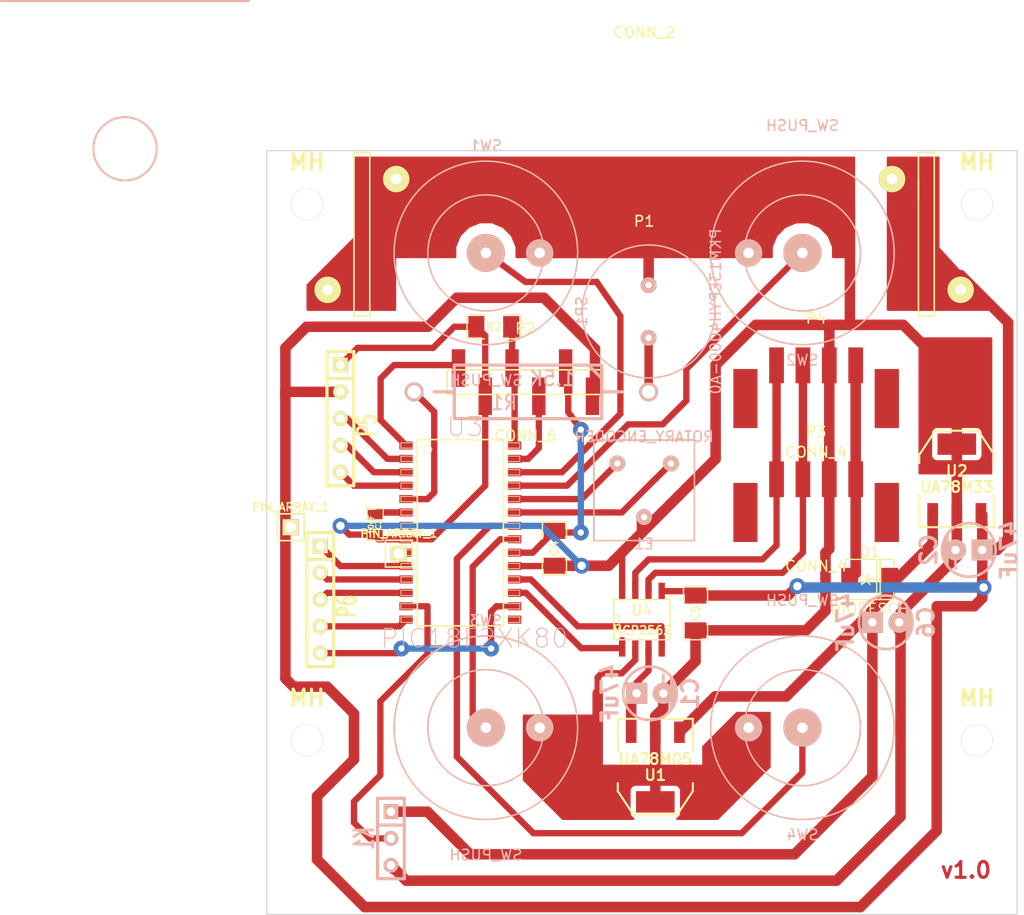
<source format=kicad_pcb>
(kicad_pcb (version 20211014) (generator pcbnew)
  (layers (0 "F.Cu" signal) (31 "B.Cu" signal) (34 "B.Paste" user) (35 "F.Paste" user) (36 "B.SilkS" user "B.Silkscreen") (37 "F.SilkS" user "F.Silkscreen") (38 "B.Mask" user) (39 "F.Mask" user) (44 "Edge.Cuts" user))
  (net 0 "")
  (net 1 "+12V")
  (net 2 "+3.3V")
  (net 3 "+5V")
  (net 4 "/12Vin")
  (net 5 "/A0")
  (net 6 "/CANH")
  (net 7 "/CANL")
  (net 8 "/CS1B")
  (net 9 "/PGC")
  (net 10 "/PGD")
  (net 11 "/PWM")
  (net 12 "/RST")
  (net 13 "/SCL")
  (net 14 "/SI")
  (net 15 "/~{MCLR}")
  (net 16 "GND")
  (net 17 "N-000001")
  (net 18 "N-0000015")
  (net 19 "N-0000016")
  (net 20 "N-0000017")
  (net 21 "N-0000018")
  (net 22 "N-0000019")
  (net 23 "N-000002")
  (net 24 "N-0000020")
  (net 25 "N-0000021")
  (net 26 "N-000003")
  (net 27 "N-000004")
  (net 28 "N-000005")
  (net 29 "N-000006")
  (net 30 "N-000007")
  (net 31 "N-000008")
  (footprint "microchip-pic18fxx5x-SO-28W" (layer "F.Cu") (at 50.895 59.87 -90)
    (fp_text reference "U3" (at -9.398 -0.381) (layer "B.SilkS") (effects (font (size 1.778 1.778) (thickness 0.0889))))
    (fp_text value "PIC18F2XK80" (at 10.668 -1.27) (layer "B.SilkS") (effects (font (size 1.778 1.778) (thickness 0.0889))))
    (pad "1" smd rect locked (at -7.62 5.207 270) (size 0.762 1.27) (layers "F.Cu" "F.Paste" "F.Mask") (net 15 "/~{MCLR}"))
    (pad "2" smd rect locked (at -6.35 5.207 270) (size 0.762 1.27) (layers "F.Cu" "F.Paste" "F.Mask") (net 19 "N-0000016"))
    (pad "3" smd rect locked (at -5.08 5.207 270) (size 0.762 1.27) (layers "F.Cu" "F.Paste" "F.Mask") (net 24 "N-0000020"))
    (pad "4" smd rect locked (at -3.81 5.207 270) (size 0.762 1.27) (layers "F.Cu" "F.Paste" "F.Mask") (net 25 "N-0000021"))
    (pad "5" smd rect locked (at -2.54 5.207 270) (size 0.762 1.27) (layers "F.Cu" "F.Paste" "F.Mask") (net 28 "N-000005"))
    (pad "6" smd rect locked (at -1.27 5.207 270) (size 0.762 1.27) (layers "F.Cu" "F.Paste" "F.Mask") (net 27 "N-000004"))
    (pad "7" smd rect locked (at 0 5.207 270) (size 0.762 1.27) (layers "F.Cu" "F.Paste" "F.Mask"))
    (pad "8" smd rect locked (at 1.27 5.207 270) (size 0.762 1.27) (layers "F.Cu" "F.Paste" "F.Mask") (net 16 "GND"))
    (pad "9" smd rect locked (at 2.54 5.207 270) (size 0.762 1.27) (layers "F.Cu" "F.Paste" "F.Mask"))
    (pad "10" smd rect locked (at 3.81 5.207 270) (size 0.762 1.27) (layers "F.Cu" "F.Paste" "F.Mask") (net 8 "/CS1B"))
    (pad "11" smd rect locked (at 5.08 5.207 270) (size 0.762 1.27) (layers "F.Cu" "F.Paste" "F.Mask") (net 12 "/RST"))
    (pad "12" smd rect locked (at 6.35 5.207 270) (size 0.762 1.27) (layers "F.Cu" "F.Paste" "F.Mask") (net 5 "/A0"))
    (pad "13" smd rect locked (at 7.62 5.207 270) (size 0.762 1.27) (layers "F.Cu" "F.Paste" "F.Mask") (net 11 "/PWM"))
    (pad "14" smd rect locked (at 8.89 5.207 270) (size 0.762 1.27) (layers "F.Cu" "F.Paste" "F.Mask") (net 13 "/SCL"))
    (pad "15" smd rect locked (at 8.89 -5.08 270) (size 0.762 1.27) (layers "F.Cu" "F.Paste" "F.Mask"))
    (pad "16" smd rect locked (at 7.62 -5.08 270) (size 0.762 1.27) (layers "F.Cu" "F.Paste" "F.Mask") (net 14 "/SI"))
    (pad "17" smd rect locked (at 6.35 -5.08 270) (size 0.762 1.27) (layers "F.Cu" "F.Paste" "F.Mask") (net 17 "N-000001"))
    (pad "18" smd rect locked (at 5.08 -5.08 270) (size 0.762 1.27) (layers "F.Cu" "F.Paste" "F.Mask") (net 23 "N-000002"))
    (pad "19" smd rect locked (at 3.81 -5.08 270) (size 0.762 1.27) (layers "F.Cu" "F.Paste" "F.Mask") (net 16 "GND"))
    (pad "20" smd rect locked (at 2.54 -5.08 270) (size 0.762 1.27) (layers "F.Cu" "F.Paste" "F.Mask") (net 31 "N-000008"))
    (pad "21" smd rect locked (at 1.27 -5.08 270) (size 0.762 1.27) (layers "F.Cu" "F.Paste" "F.Mask") (net 18 "N-0000015"))
    (pad "22" smd rect locked (at 0 -5.08 270) (size 0.762 1.27) (layers "F.Cu" "F.Paste" "F.Mask") (net 22 "N-0000019"))
    (pad "23" smd rect locked (at -1.27 -5.08 270) (size 0.762 1.27) (layers "F.Cu" "F.Paste" "F.Mask") (net 26 "N-000003"))
    (pad "24" smd rect locked (at -2.54 -5.08 270) (size 0.762 1.27) (layers "F.Cu" "F.Paste" "F.Mask") (net 30 "N-000007"))
    (pad "25" smd rect locked (at -3.81 -5.08 270) (size 0.762 1.27) (layers "F.Cu" "F.Paste" "F.Mask") (net 20 "N-0000017"))
    (pad "26" smd rect locked (at -5.08 -5.08 270) (size 0.762 1.27) (layers "F.Cu" "F.Paste" "F.Mask") (net 21 "N-0000018"))
    (pad "27" smd rect locked (at -6.35 -5.08 270) (size 0.762 1.27) (layers "F.Cu" "F.Paste" "F.Mask") (net 9 "/PGC"))
    (pad "28" smd rect locked (at -7.62 -5.08 270) (size 0.762 1.27) (layers "F.Cu" "F.Paste" "F.Mask") (net 10 "/PGD"))
  )
  (footprint "SOT223" (layer "F.Cu") (at 69.31 82.73 180)
    (fp_text reference "U1" (at 0 -0.762 180) (layer "F.SilkS") (effects (font (size 1.016 1.016) (thickness 0.2032))))
    (fp_text value "UA78M05" (at 0 0.762 180) (layer "F.SilkS") (effects (font (size 1.016 1.016) (thickness 0.2032))))
    (pad "1" smd rect locked (at -2.286 3.302 180) (size 1.016 2.032) (layers "F.Cu" "F.Paste" "F.Mask") (net 1 "+12V"))
    (pad "2" smd rect locked (at 0 3.302 180) (size 1.016 2.032) (layers "F.Cu" "F.Paste" "F.Mask") (net 16 "GND"))
    (pad "3" smd rect locked (at 2.286 3.302 180) (size 1.016 2.032) (layers "F.Cu" "F.Paste" "F.Mask") (net 3 "+5V"))
    (pad "4" smd rect locked (at 0 -3.302 180) (size 3.6576 2.032) (layers "F.Cu" "F.Paste" "F.Mask") (clearance 0.001))
  )
  (footprint "SOT223" (layer "F.Cu") (at 97.885 55.425)
    (fp_text reference "U2" (at 0 -0.762) (layer "F.SilkS") (effects (font (size 1.016 1.016) (thickness 0.2032))))
    (fp_text value "UA78M33" (at 0 0.762) (layer "F.SilkS") (effects (font (size 1.016 1.016) (thickness 0.2032))))
    (pad "1" smd rect locked (at -2.286 3.302) (size 1.016 2.032) (layers "F.Cu" "F.Paste" "F.Mask") (net 1 "+12V"))
    (pad "2" smd rect locked (at 0 3.302) (size 1.016 2.032) (layers "F.Cu" "F.Paste" "F.Mask") (net 16 "GND"))
    (pad "3" smd rect locked (at 2.286 3.302) (size 1.016 2.032) (layers "F.Cu" "F.Paste" "F.Mask") (net 2 "+3.3V"))
    (pad "4" smd rect locked (at 0 -3.302) (size 3.6576 2.032) (layers "F.Cu" "F.Paste" "F.Mask"))
  )
  (footprint "SOIC-8_N" (layer "F.Cu") (at 68.04 68.76)
    (fp_text reference "U4" (at 0 -0.889) (layer "F.SilkS"))
    (fp_text value "MCP2562" (at 0 1.016) (layer "F.SilkS") (effects (font (size 0.8 0.8))))
    (pad "1" smd rect locked (at -1.875 2.7) (size 0.6 1.6) (layers "F.Cu" "F.Paste" "F.Mask") (net 17 "N-000001"))
    (pad "2" smd rect locked (at -0.625 2.7) (size 0.6 1.6) (layers "F.Cu" "F.Paste" "F.Mask") (net 16 "GND"))
    (pad "3" smd rect locked (at 0.625 2.7) (size 0.6 1.6) (layers "F.Cu" "F.Paste" "F.Mask") (net 3 "+5V"))
    (pad "4" smd rect locked (at 1.875 2.7) (size 0.6 1.6) (layers "F.Cu" "F.Paste" "F.Mask") (net 23 "N-000002"))
    (pad "5" smd rect locked (at 1.875 -2.7) (size 0.6 1.6) (layers "F.Cu" "F.Paste" "F.Mask") (net 2 "+3.3V"))
    (pad "6" smd rect locked (at 0.625 -2.7) (size 0.6 1.6) (layers "F.Cu" "F.Paste" "F.Mask") (net 7 "/CANL"))
    (pad "7" smd rect locked (at -0.625 -2.7) (size 0.6 1.6) (layers "F.Cu" "F.Paste" "F.Mask") (net 6 "/CANH"))
    (pad "8" smd rect locked (at -1.875 -2.7) (size 0.6 1.6) (layers "F.Cu" "F.Paste" "F.Mask") (net 16 "GND"))
  )
  (footprint "SM1206" (layer "F.Cu") (at 59.75 62 90)
    (fp_text reference "C4" (at 0 0 90) (layer "F.SilkS") (effects (font (size 0.762 0.762) (thickness 0.127))))
    (fp_text value "100nF" hide)
    (pad "1" smd rect locked (at -1.651 0 90) (size 1.524 2.032) (layers "F.Cu" "F.Paste" "F.Mask") (net 16 "GND"))
    (pad "2" smd rect locked (at 1.651 0 90) (size 1.524 2.032) (layers "F.Cu" "F.Paste" "F.Mask") (net 31 "N-000008"))
  )
  (footprint "SM1206" (layer "F.Cu") (at 73.12 68.125 90)
    (fp_text reference "C5" (at 0 0 90) (layer "F.SilkS") (effects (font (size 0.762 0.762) (thickness 0.127))))
    (fp_text value "100nF" hide)
    (pad "1" smd rect locked (at -1.651 0 90) (size 1.524 2.032) (layers "F.Cu" "F.Paste" "F.Mask") (net 16 "GND"))
    (pad "2" smd rect locked (at 1.651 0 90) (size 1.524 2.032) (layers "F.Cu" "F.Paste" "F.Mask") (net 2 "+3.3V"))
  )
  (footprint "MountingHole_3mm_RevA_Date21Jun2010" (layer "F.Cu") (at 99.79 29.39)
    (fp_text reference "MH" (at 0 -4.0005) (layer "F.SilkS") (effects (font (size 1.524 1.524) (thickness 0.3048))))
    (fp_text value "MountingHole_3mm_RevA_Date21Jun2010" hide)
    (pad "" thru_hole circle locked (at 0 0) (size 2.99974 2.99974) (drill 2.99974) (layers))
    (pad "1" thru_hole circle locked (at 0 0) (size 2.6 2.6) (drill 0.762) (layers *.Cu *.Mask "F.SilkS"))
  )
  (footprint "MountingHole_3mm_RevA_Date21Jun2010" (layer "F.Cu") (at 36.29 29.39)
    (fp_text reference "MH" (at 0 -4.0005) (layer "F.SilkS") (effects (font (size 1.524 1.524) (thickness 0.3048))))
    (fp_text value "MountingHole_3mm_RevA_Date21Jun2010" hide)
    (pad "" thru_hole circle locked (at 0 0) (size 2.99974 2.99974) (drill 2.99974) (layers))
    (pad "2" thru_hole circle locked (at 0 0) (size 2.6 2.6) (drill 0.762) (layers *.Cu *.Mask "F.SilkS"))
  )
  (footprint "MountingHole_3mm_RevA_Date21Jun2010" (layer "F.Cu") (at 36.29 80.19)
    (fp_text reference "MH" (at 0 -4.0005) (layer "F.SilkS") (effects (font (size 1.524 1.524) (thickness 0.3048))))
    (fp_text value "MountingHole_3mm_RevA_Date21Jun2010" hide)
    (pad "" thru_hole circle locked (at 0 0) (size 2.99974 2.99974) (drill 2.99974) (layers))
    (pad "3" thru_hole circle locked (at 0 0) (size 2.6 2.6) (drill 0.762) (layers *.Cu *.Mask "F.SilkS"))
  )
  (footprint "MountingHole_3mm_RevA_Date21Jun2010" (layer "F.Cu") (at 99.79 80.19)
    (fp_text reference "MH" (at 0 -4.0005) (layer "F.SilkS") (effects (font (size 1.524 1.524) (thickness 0.3048))))
    (fp_text value "MountingHole_3mm_RevA_Date21Jun2010" hide)
    (pad "" thru_hole circle locked (at 0 0) (size 2.99974 2.99974) (drill 2.99974) (layers))
    (pad "4" thru_hole circle locked (at 0 0) (size 2.6 2.6) (drill 0.762) (layers *.Cu *.Mask "F.SilkS"))
  )
  (footprint "phoenix_1771114" (layer "F.Cu") (at 84.55 47.805 180)
    (fp_text reference "P4" (at 0 7.62 180) (layer "F.SilkS"))
    (fp_text value "CONN_4" (at 0 -5.08 180) (layer "F.SilkS"))
    (pad "1" smd rect locked (at -3.75 3.15 180) (size 1.4 3.4) (layers "F.Cu" "F.Paste" "F.Mask") (net 4 "/12Vin"))
    (pad "2" smd rect locked (at -1.25 3.15 180) (size 1.4 3.4) (layers "F.Cu" "F.Paste" "F.Mask") (net 16 "GND"))
    (pad "3" smd rect locked (at 1.25 3.15 180) (size 1.4 3.4) (layers "F.Cu" "F.Paste" "F.Mask") (net 7 "/CANL"))
    (pad "4" smd rect locked (at 3.75 3.15 180) (size 1.4 3.4) (layers "F.Cu" "F.Paste" "F.Mask") (net 6 "/CANH"))
    (pad "SLD" smd rect locked (at -6.7 0 180) (size 2.3 5.6) (layers "F.Cu" "F.Paste" "F.Mask"))
    (pad "SLD" smd rect locked (at 6.7 0 180) (size 2.3 5.6) (layers "F.Cu" "F.Paste" "F.Mask"))
  )
  (footprint "phoenix_1771114" (layer "F.Cu") (at 84.55 58.6 180)
    (fp_text reference "P3" (at 0 7.62 180) (layer "F.SilkS"))
    (fp_text value "CONN_4" (at 0 -5.08 180) (layer "F.SilkS"))
    (pad "1" smd rect locked (at -3.75 3.15 180) (size 1.4 3.4) (layers "F.Cu" "F.Paste" "F.Mask") (net 4 "/12Vin"))
    (pad "2" smd rect locked (at -1.25 3.15 180) (size 1.4 3.4) (layers "F.Cu" "F.Paste" "F.Mask") (net 16 "GND"))
    (pad "3" smd rect locked (at 1.25 3.15 180) (size 1.4 3.4) (layers "F.Cu" "F.Paste" "F.Mask") (net 7 "/CANL"))
    (pad "4" smd rect locked (at 3.75 3.15 180) (size 1.4 3.4) (layers "F.Cu" "F.Paste" "F.Mask") (net 6 "/CANH"))
    (pad "SLD" smd rect locked (at 6.7 0 180) (size 2.3 5.6) (layers "F.Cu" "F.Paste" "F.Mask"))
    (pad "SLD" smd rect locked (at -6.7 0 180) (size 2.3 5.6) (layers "F.Cu" "F.Paste" "F.Mask"))
  )
  (footprint "SIL-5" (layer "F.Cu") (at 39.465 50.98 -90)
    (fp_text reference "P5" (at -0.635 -2.54 -90) (layer "F.SilkS") (effects (font (size 1.72974 1.08712) (thickness 0.3048))))
    (fp_text value "CONN_5" hide)
    (pad "1" thru_hole rect locked (at -6.35 0 270) (size 1.397 1.397) (drill 0.8128) (layers *.Cu *.Mask "F.SilkS") (net 16 "GND"))
    (pad "2" thru_hole circle locked (at -3.81 0 270) (size 1.397 1.397) (drill 0.8128) (layers *.Cu *.Mask "F.SilkS") (net 2 "+3.3V"))
    (pad "3" thru_hole circle locked (at -1.27 0 270) (size 1.397 1.397) (drill 0.8128) (layers *.Cu *.Mask "F.SilkS") (net 19 "N-0000016"))
    (pad "4" thru_hole circle locked (at 1.27 0 270) (size 1.397 1.397) (drill 0.8128) (layers *.Cu *.Mask "F.SilkS") (net 24 "N-0000020"))
    (pad "5" thru_hole circle locked (at 3.81 0 270) (size 1.397 1.397) (drill 0.8128) (layers *.Cu *.Mask "F.SilkS") (net 25 "N-0000021"))
  )
  (footprint "DO-214AC(SMA)" (layer "F.Cu") (at 89.63 64.95)
    (fp_text reference "D1" (at 0 -2.60096) (layer "F.SilkS") (effects (font (size 1.00076 1.00076) (thickness 0.11938))))
    (fp_text value "DIODESCH" (at 0 2.79908) (layer "F.SilkS") (effects (font (size 1.00076 1.00076) (thickness 0.11938))))
    (pad "1" smd rect locked (at -1.89992 0) (size 1.6002 2.19964) (layers "F.Cu" "F.Paste" "F.Mask") (net 4 "/12Vin"))
    (pad "2" smd rect locked (at 1.89992 0) (size 1.6002 2.19964) (layers "F.Cu" "F.Paste" "F.Mask") (net 1 "+12V"))
  )
  (footprint "SIL-5" (layer "F.Cu") (at 37.56 68.125 -90)
    (fp_text reference "P6" (at -0.635 -2.54 -90) (layer "F.SilkS") (effects (font (size 1.72974 1.08712) (thickness 0.3048))))
    (fp_text value "CONN_5" hide)
    (pad "1" thru_hole rect locked (at -6.35 0 270) (size 1.397 1.397) (drill 0.8128) (layers *.Cu *.Mask "F.SilkS") (net 8 "/CS1B"))
    (pad "2" thru_hole circle locked (at -3.81 0 270) (size 1.397 1.397) (drill 0.8128) (layers *.Cu *.Mask "F.SilkS") (net 12 "/RST"))
    (pad "3" thru_hole circle locked (at -1.27 0 270) (size 1.397 1.397) (drill 0.8128) (layers *.Cu *.Mask "F.SilkS") (net 5 "/A0"))
    (pad "4" thru_hole circle locked (at 1.27 0 270) (size 1.397 1.397) (drill 0.8128) (layers *.Cu *.Mask "F.SilkS") (net 13 "/SCL"))
    (pad "5" thru_hole circle locked (at 3.81 0 270) (size 1.397 1.397) (drill 0.8128) (layers *.Cu *.Mask "F.SilkS") (net 14 "/SI"))
  )
  (footprint "pilote-interco-main" (layer "F.Cu") (at 68.25 24.5)
    (fp_text reference "P1" (at 0 6.5) (layer "F.SilkS"))
    (fp_text value "CONN_2" (at 0 -11.4) (layer "F.SilkS"))
    (pad "1" thru_hole circle locked (at -30 13) (size 2.5 2.5) (drill 1) (layers *.Cu *.Mask "F.SilkS") (net 16 "GND"))
    (pad "1" thru_hole circle locked (at -23.5 2.5) (size 2.5 2.5) (drill 1) (layers *.Cu *.Mask "F.SilkS") (net 16 "GND"))
    (pad "2" thru_hole circle locked (at 23.5 2.5) (size 2.5 2.5) (drill 1) (layers *.Cu *.Mask "F.SilkS") (net 2 "+3.3V"))
    (pad "2" thru_hole circle locked (at 30 13) (size 2.5 2.5) (drill 1) (layers *.Cu *.Mask "F.SilkS") (net 2 "+3.3V"))
  )
  (footprint "SM1206" (layer "F.Cu") (at 54 41 180)
    (fp_text reference "R2" (at 0 0 180) (layer "F.SilkS") (effects (font (size 0.762 0.762) (thickness 0.127))))
    (fp_text value "10K" hide)
    (pad "1" smd rect locked (at -1.651 0 180) (size 1.524 2.032) (layers "F.Cu" "F.Paste" "F.Mask") (net 10 "/PGD"))
    (pad "2" smd rect locked (at 1.651 0 180) (size 1.524 2.032) (layers "F.Cu" "F.Paste" "F.Mask") (net 16 "GND"))
  )
  (footprint "SM0805" (layer "F.Cu") (at 42.75 59.75 -90)
    (fp_text reference "C3" (at 0 -0.3175 -90) (layer "F.SilkS") (effects (font (size 0.50038 0.50038) (thickness 0.10922))))
    (fp_text value "10uF" (at 0 0.381 -90) (layer "F.SilkS") (effects (font (size 0.50038 0.50038) (thickness 0.10922))))
    (pad "1" smd rect locked (at -0.9525 0 270) (size 0.889 1.397) (layers "F.Cu" "F.Paste" "F.Mask") (net 27 "N-000004"))
    (pad "2" smd rect locked (at 0.9525 0 270) (size 0.889 1.397) (layers "F.Cu" "F.Paste" "F.Mask") (net 16 "GND"))
  )
  (footprint "tyco-5-146132-4" (layer "F.Cu") (at 57 46.25 180)
    (fp_text reference "P2" (at 0 5.08 180) (layer "F.SilkS"))
    (fp_text value "CONN_6" (at 0 -5.08 180) (layer "F.SilkS"))
    (pad "1" smd rect locked (at 6.35 1.335) (size 1.27 3.56) (layers "F.Cu" "F.Paste" "F.Mask") (net 15 "/~{MCLR}"))
    (pad "2" smd rect locked (at 3.81 -1.335) (size 1.27 3.56) (layers "F.Cu" "F.Paste" "F.Mask") (net 16 "GND"))
    (pad "3" smd rect locked (at 1.27 1.335) (size 1.27 3.56) (layers "F.Cu" "F.Paste" "F.Mask") (net 10 "/PGD"))
    (pad "4" smd rect locked (at -1.27 -1.335) (size 1.27 3.56) (layers "F.Cu" "F.Paste" "F.Mask") (net 9 "/PGC"))
    (pad "5" smd rect locked (at -3.81 1.335) (size 1.27 3.56) (layers "F.Cu" "F.Paste" "F.Mask") (net 31 "N-000008"))
    (pad "6" smd rect locked (at -6.35 -1.335) (size 1.27 3.56) (layers "F.Cu" "F.Paste" "F.Mask") (net 2 "+3.3V"))
  )
  (footprint "PIN_ARRAY_1" (layer "F.Cu") (at 34.75 60)
    (fp_text reference "PIN_ARRAY_1" (at 0 -1.905) (layer "F.SilkS") (effects (font (size 0.762 0.762) (thickness 0.1524))))
    (fp_text value "Val**" hide)
    (pad "1" thru_hole rect locked (at 0 0) (size 1.524 1.524) (drill 1.016) (layers *.Cu *.Mask "F.SilkS"))
  )
  (footprint "PIN_ARRAY_1" (layer "F.Cu") (at 45 62.5)
    (fp_text reference "PIN_ARRAY_1" (at 0 -1.905) (layer "F.SilkS") (effects (font (size 0.762 0.762) (thickness 0.1524))))
    (fp_text value "Val**" hide)
    (pad "1" thru_hole rect locked (at 0 0) (size 1.524 1.524) (drill 1.016) (layers *.Cu *.Mask "F.SilkS"))
  )
  (footprint "ITW_47" (layer "B.Cu") (at 53.25 79 180)
    (fp_text reference "SW3" (at 0 10.16 180) (layer "B.SilkS") (effects (justify mirror)))
    (fp_text value "SW_PUSH" (at 0 -12.065 180) (layer "B.SilkS") (effects (justify mirror)))
    (pad "1" thru_hole circle locked (at 0 0 180) (size 3.6 3.6) (drill 1) (layers *.Cu *.Mask "B.SilkS") (net 18 "N-0000015"))
    (pad "2" thru_hole circle locked (at -5.1 0 180) (size 2.6 2.6) (drill 1) (layers *.Cu *.Mask "B.SilkS") (net 16 "GND"))
  )
  (footprint "ITW_47" (layer "B.Cu") (at 53.25 34 180)
    (fp_text reference "SW1" (at 0 10.16 180) (layer "B.SilkS") (effects (justify mirror)))
    (fp_text value "SW_PUSH" (at 0 -12.065 180) (layer "B.SilkS") (effects (justify mirror)))
    (pad "1" thru_hole circle locked (at 0 0 180) (size 3.6 3.6) (drill 1) (layers *.Cu *.Mask "B.SilkS") (net 21 "N-0000018") (clearance 1))
    (pad "2" thru_hole circle locked (at -5.1 0 180) (size 2.6 2.6) (drill 1) (layers *.Cu *.Mask "B.SilkS") (net 16 "GND"))
  )
  (footprint "ITW_47" (layer "B.Cu") (at 83.25 34)
    (fp_text reference "SW2" (at 0 10.16) (layer "B.SilkS") (effects (justify mirror)))
    (fp_text value "SW_PUSH" (at 0 -12.065) (layer "B.SilkS") (effects (justify mirror)))
    (pad "1" thru_hole circle locked (at 0 0) (size 3.6 3.6) (drill 1) (layers *.Cu *.Mask "B.SilkS") (net 20 "N-0000017") (clearance 1))
    (pad "2" thru_hole circle locked (at -5.1 0) (size 2.6 2.6) (drill 1) (layers *.Cu *.Mask "B.SilkS") (net 16 "GND"))
  )
  (footprint "ITW_47" (layer "B.Cu") (at 83.25 79)
    (fp_text reference "SW4" (at 0 10.16) (layer "B.SilkS") (effects (justify mirror)))
    (fp_text value "SW_PUSH" (at 0 -12.065) (layer "B.SilkS") (effects (justify mirror)))
    (pad "1" thru_hole circle locked (at 0 0) (size 3.6 3.6) (drill 1) (layers *.Cu *.Mask "B.SilkS") (net 22 "N-0000019"))
    (pad "2" thru_hole circle locked (at -5.1 0) (size 2.6 2.6) (drill 1) (layers *.Cu *.Mask "B.SilkS") (net 16 "GND"))
  )
  (footprint "PKM13EPYH4000-A0" (layer "B.Cu") (at 68.675 39.55 90)
    (fp_text reference "SP1" (at 0 -6.35 90) (layer "B.SilkS") (effects (justify mirror)))
    (fp_text value "PKM13EPYH4000-A0" (at 0 6.35 90) (layer "B.SilkS") (effects (justify mirror)))
    (pad "1" thru_hole circle locked (at 2.5 0 90) (size 1.5 1.5) (drill 0.6) (layers *.Cu *.Mask "B.SilkS") (net 16 "GND"))
    (pad "2" thru_hole circle locked (at -2.5 0 90) (size 1.5 1.5) (drill 0.6) (layers *.Cu *.Mask "B.SilkS") (net 29 "N-000006"))
  )
  (footprint "Bourns 3315Y" (layer "B.Cu") (at 68.25 56.5)
    (fp_text reference "E1" (at 0 5.08) (layer "B.SilkS") (effects (justify mirror)))
    (fp_text value "ROTARY_ENCODER" (at 0 -5.08) (layer "B.SilkS") (effects (justify mirror)))
    (pad "A" thru_hole circle locked (at -2.54 -2.54) (size 1.5 1.5) (drill 0.6) (layers *.Cu *.Mask "B.SilkS") (net 30 "N-000007"))
    (pad "B" thru_hole circle locked (at 2.54 -2.54) (size 1.5 1.5) (drill 0.6) (layers *.Cu *.Mask "B.SilkS") (net 26 "N-000003"))
    (pad "C" thru_hole circle locked (at 0 2.54) (size 1.5 1.5) (drill 0.6) (layers *.Cu *.Mask "B.SilkS") (net 16 "GND"))
  )
  (footprint "SIL-3" (layer "B.Cu") (at 44.25 89.5 -90)
    (fp_text reference "K1" (at 0 2.54 -90) (layer "B.SilkS") (effects (font (size 1.7907 1.07696) (thickness 0.3048)) (justify mirror)))
    (fp_text value "CONN_3" hide)
    (pad "1" thru_hole rect locked (at -2.54 0 270) (size 1.397 1.397) (drill 0.8128) (layers *.Cu *.Mask "B.SilkS") (net 1 "+12V"))
    (pad "2" thru_hole circle locked (at 0 0 270) (size 1.397 1.397) (drill 0.8128) (layers *.Cu *.Mask "B.SilkS") (net 11 "/PWM"))
    (pad "3" thru_hole circle locked (at 2.54 0 270) (size 1.397 1.397) (drill 0.8128) (layers *.Cu *.Mask "B.SilkS") (net 16 "GND"))
  )
  (footprint "R7" (layer "B.Cu") (at 57.245 47.17 180)
    (fp_text reference "R1" (at 2.286 -1.016 180) (layer "B.SilkS") (effects (font (size 1.397 1.27) (thickness 0.2032)) (justify mirror)))
    (fp_text value "1.5K" (at -2.286 1.27 180) (layer "B.SilkS") (effects (font (size 1.397 1.27) (thickness 0.2032)) (justify mirror)))
    (pad "1" thru_hole circle locked (at -11.43 0 180) (size 1.778 1.778) (drill 1.27) (layers *.Cu *.Mask "B.SilkS") (net 29 "N-000006"))
    (pad "2" thru_hole circle locked (at 10.795 0 180) (size 1.778 1.778) (drill 1.27) (layers *.Cu *.Mask "B.SilkS") (net 28 "N-000005"))
  )
  (footprint "CP_5x6mm" (layer "B.Cu") (at 91.154 69.014 90)
    (fp_text reference "C6" (at 0 3.81 90) (layer "B.SilkS") (effects (font (size 1.524 1.524) (thickness 0.3048)) (justify mirror)))
    (fp_text value "47uF" (at 0 -3.81 90) (layer "B.SilkS") (effects (font (size 1.524 1.524) (thickness 0.3048)) (justify mirror)))
    (pad "1" thru_hole rect locked (at 0 -1.27 90) (size 1.99898 1.99898) (drill 0.8001) (layers *.Cu *.Mask "B.SilkS") (net 1 "+12V"))
    (pad "2" thru_hole circle locked (at 0 1.27 90) (size 1.99898 1.99898) (drill 0.8001) (layers *.Cu *.Mask "B.SilkS") (net 16 "GND"))
  )
  (footprint "CP_5x6mm" (layer "B.Cu") (at 99.028 62.156 -90)
    (fp_text reference "C2" (at 0 3.81 -90) (layer "B.SilkS") (effects (font (size 1.524 1.524) (thickness 0.3048)) (justify mirror)))
    (fp_text value "47uF" (at 0 -3.81 -90) (layer "B.SilkS") (effects (font (size 1.524 1.524) (thickness 0.3048)) (justify mirror)))
    (pad "1" thru_hole rect locked (at 0 -1.27 270) (size 1.99898 1.99898) (drill 0.8001) (layers *.Cu *.Mask "B.SilkS") (net 2 "+3.3V"))
    (pad "2" thru_hole circle locked (at 0 1.27 270) (size 1.99898 1.99898) (drill 0.8001) (layers *.Cu *.Mask "B.SilkS") (net 16 "GND"))
  )
  (footprint "CP_5x6mm" (layer "B.Cu") (at 68.802 75.745 90)
    (fp_text reference "C1" (at 0 3.81 90) (layer "B.SilkS") (effects (font (size 1.524 1.524) (thickness 0.3048)) (justify mirror)))
    (fp_text value "47uF" (at 0 -3.81 90) (layer "B.SilkS") (effects (font (size 1.524 1.524) (thickness 0.3048)) (justify mirror)))
    (pad "1" thru_hole rect locked (at 0 -1.27 90) (size 1.99898 1.99898) (drill 0.8001) (layers *.Cu *.Mask "B.SilkS") (net 3 "+5V"))
    (pad "2" thru_hole circle locked (at 0 1.27 90) (size 1.99898 1.99898) (drill 0.8001) (layers *.Cu *.Mask "B.SilkS") (net 16 "GND"))
  )
  (gr_circle (center 19.05 24.13) (end 19.05 21.13) (layer "B.SilkS") (width 0.2) (fill none))
  (gr_line (start 7.3 10.13) (end 30.8 10.13) (layer "B.SilkS") (width 0.2))
  (gr_line (start 32.48 96.7) (end 32.48 24.31) (layer "Edge.Cuts") (width 0.1))
  (gr_line (start 32.48 24.31) (end 103.6 24.31) (layer "Edge.Cuts") (width 0.1))
  (gr_line (start 103.6 96.7) (end 32.48 96.7) (layer "Edge.Cuts") (width 0.1))
  (gr_line (start 103.6 24.31) (end 103.6 78.92) (layer "Edge.Cuts") (width 0.1))
  (gr_line (start 103.6 78.92) (end 103.6 96.7) (layer "Edge.Cuts") (width 0.1))
  (gr_text "v1.0" (at 98.75 92.5) (layer "F.Cu") (effects (font (size 1.5 1.5) (thickness 0.3))))
  (segment (start 74.989 76.035) (end 71.596 79.428) (width 1) (layer "F.Cu") (net 1))
  (segment (start 81.72 76.035) (end 88.741 69.014) (width 1) (layer "F.Cu") (net 1))
  (segment (start 71.723 79.555) (end 71.596 79.428) (width 0.8) (layer "F.Cu") (net 1))
  (segment (start 95.599 61.521) (end 92.17 64.95) (width 1) (layer "F.Cu") (net 1))
  (segment (start 51.75 91) (end 47.71 86.96) (width 1) (layer "F.Cu") (net 1))
  (segment (start 47.71 86.96) (end 44.25 86.96) (width 1) (layer "F.Cu") (net 1))
  (segment (start 91.52992 66.22508) (end 91.52992 64.95) (width 1) (layer "F.Cu") (net 1))
  (segment (start 89.884 83.616) (end 82.5 91) (width 1) (layer "F.Cu") (net 1))
  (segment (start 82.5 91) (end 51.75 91) (width 1) (layer "F.Cu") (net 1))
  (segment (start 81.72 76.035) (end 74.989 76.035) (width 1) (layer "F.Cu") (net 1))
  (segment (start 89.884 69.014) (end 89.884 83.616) (width 1) (layer "F.Cu") (net 1))
  (segment (start 89.884 69.014) (end 88.741 69.014) (width 1) (layer "F.Cu") (net 1))
  (segment (start 95.599 58.727) (end 95.599 61.521) (width 1) (layer "F.Cu") (net 1))
  (segment (start 91.52992 64.95) (end 91.52992 65.33608) (width 1) (layer "F.Cu") (net 1))
  (segment (start 88.741 69.014) (end 91.52992 66.22508) (width 1) (layer "F.Cu") (net 1))
  (segment (start 72.706 66.06) (end 73.12 66.474) (width 0.6) (layer "F.Cu") (net 2))
  (segment (start 95.98 67.49) (end 99.536 67.49) (width 1) (layer "F.Cu") (net 2))
  (segment (start 102.75 40.605) (end 98.25 36.105) (width 1) (layer "F.Cu") (net 2))
  (segment (start 95.98 88.77) (end 88.75 96) (width 1) (layer "F.Cu") (net 2))
  (segment (start 88.75 96) (end 41.75 96) (width 1) (layer "F.Cu") (net 2))
  (segment (start 41.75 96) (end 37.25 91.5) (width 1) (layer "F.Cu") (net 2))
  (segment (start 37.25 91.5) (end 37.25 85.5) (width 1) (layer "F.Cu") (net 2))
  (segment (start 37.25 85.5) (end 40.75 82) (width 1) (layer "F.Cu") (net 2))
  (segment (start 34.25 47.17) (end 34.25 47.5) (width 1) (layer "F.Cu") (net 2))
  (segment (start 34.25 47.5) (end 34.25 43) (width 1) (layer "F.Cu") (net 2))
  (segment (start 102.75 61.101) (end 102.75 40.605) (width 1) (layer "F.Cu") (net 2))
  (segment (start 40.75 77.665) (end 38.195 75.11) (width 1) (layer "F.Cu") (net 2))
  (segment (start 38.195 75.11) (end 35.02 75.11) (width 1) (layer "F.Cu") (net 2))
  (segment (start 34.25 74.34) (end 35.02 75.11) (width 1) (layer "F.Cu") (net 2))
  (segment (start 100.298 58.854) (end 100.171 58.727) (width 1) (layer "F.Cu") (net 2))
  (segment (start 100.298 66.728) (end 99.536 67.49) (width 1) (layer "F.Cu") (net 2))
  (segment (start 101.695 62.156) (end 102.75 61.101) (width 1) (layer "F.Cu") (net 2))
  (segment (start 81.883 66.474) (end 82.772 65.585) (width 1) (layer "F.Cu") (net 2))
  (segment (start 100.425 65.712) (end 100.298 65.839) (width 1) (layer "F.Cu") (net 2))
  (segment (start 100.298 66.728) (end 100.298 65.839) (width 1) (layer "F.Cu") (net 2))
  (segment (start 58.75 38.25) (end 50.5 38.25) (width 1) (layer "F.Cu") (net 2))
  (segment (start 50.5 38.25) (end 47.75 41) (width 1) (layer "F.Cu") (net 2))
  (segment (start 47.75 41) (end 36.25 41) (width 1) (layer "F.Cu") (net 2))
  (segment (start 63.595 47.34) (end 63.35 47.585) (width 1) (layer "F.Cu") (net 2))
  (segment (start 34.25 47.5) (end 34.25 74.34) (width 1) (layer "F.Cu") (net 2))
  (segment (start 98.25 37.5) (end 99.25 37.5) (width 1) (layer "F.Cu") (net 2))
  (segment (start 63.595 43.095) (end 63.595 47.34) (width 1) (layer "F.Cu") (net 2))
  (segment (start 100.298 62.918) (end 100.298 66.728) (width 1) (layer "F.Cu") (net 2))
  (segment (start 63.595 43.095) (end 58.75 38.25) (width 1) (layer "F.Cu") (net 2))
  (segment (start 69.915 66.06) (end 72.706 66.06) (width 0.6) (layer "F.Cu") (net 2))
  (segment (start 95.98 67.49) (end 95.98 88.77) (width 1) (layer "F.Cu") (net 2))
  (segment (start 100.298 62.918) (end 100.298 58.854) (width 1) (layer "F.Cu") (net 2))
  (segment (start 73.12 66.474) (end 81.883 66.474) (width 1) (layer "F.Cu") (net 2))
  (segment (start 40.75 77.665) (end 40.75 82) (width 1) (layer "F.Cu") (net 2))
  (segment (start 34.25 43) (end 36.25 41) (width 1) (layer "F.Cu") (net 2))
  (segment (start 100.298 62.156) (end 101.695 62.156) (width 1) (layer "F.Cu") (net 2))
  (segment (start 98.25 36.105) (end 98.25 37.5) (width 1) (layer "F.Cu") (net 2))
  (segment (start 39.465 47.17) (end 34.25 47.17) (width 1) (layer "F.Cu") (net 2))
  (via (at 82.772 65.585) (size 1.5) (drill 0.8) (layers "F.Cu" "B.Cu") (net 2))
  (via (at 100.425 65.712) (size 1.5) (drill 0.8) (layers "F.Cu" "B.Cu") (net 2))
  (segment (start 82.899 65.712) (end 82.772 65.585) (width 1) (layer "B.Cu") (net 2))
  (segment (start 82.899 65.712) (end 100.425 65.712) (width 1) (layer "B.Cu") (net 2))
  (segment (start 67.024 76.253) (end 67.151 76.126) (width 0.8) (layer "F.Cu") (net 3))
  (segment (start 67.024 76.253) (end 67.532 75.745) (width 1) (layer "F.Cu") (net 3))
  (segment (start 68.665 73.596) (end 67.532 74.729) (width 0.6) (layer "F.Cu") (net 3))
  (segment (start 67.532 74.729) (end 67.532 75.745) (width 0.6) (layer "F.Cu") (net 3))
  (segment (start 67.024 79.428) (end 67.024 76.253) (width 1) (layer "F.Cu") (net 3))
  (segment (start 68.665 71.46) (end 68.665 73.596) (width 0.6) (layer "F.Cu") (net 3))
  (segment (start 88.3 64.38008) (end 87.73008 64.95) (width 1) (layer "F.Cu") (net 4))
  (segment (start 88.3 55.45) (end 88.3 64.38008) (width 1) (layer "F.Cu") (net 4))
  (segment (start 88.3 44.655) (end 88.3 55.45) (width 1) (layer "F.Cu") (net 4))
  (segment (start 38.195 66.22) (end 37.56 66.855) (width 0.6) (layer "F.Cu") (net 5))
  (segment (start 45.688 66.22) (end 38.195 66.22) (width 0.6) (layer "F.Cu") (net 5))
  (segment (start 80.8 55.45) (end 80.8 44.655) (width 0.8) (layer "F.Cu") (net 6))
  (segment (start 68.675 63.045) (end 79.47 63.045) (width 0.6) (layer "F.Cu") (net 6))
  (segment (start 79.47 63.045) (end 80.8 61.715) (width 0.6) (layer "F.Cu") (net 6))
  (segment (start 80.8 61.715) (end 80.8 55.45) (width 0.6) (layer "F.Cu") (net 6))
  (segment (start 67.415 64.305) (end 68.675 63.045) (width 0.6) (layer "F.Cu") (net 6))
  (segment (start 67.415 66.06) (end 67.415 64.305) (width 0.6) (layer "F.Cu") (net 6))
  (segment (start 68.665 64.96) (end 69.31 64.315) (width 0.6) (layer "F.Cu") (net 7))
  (segment (start 69.31 64.315) (end 81.375 64.315) (width 0.6) (layer "F.Cu") (net 7))
  (segment (start 81.375 64.315) (end 83.3 62.39) (width 0.6) (layer "F.Cu") (net 7))
  (segment (start 83.3 62.39) (end 83.3 55.45) (width 0.6) (layer "F.Cu") (net 7))
  (segment (start 83.3 44.655) (end 83.3 55.45) (width 0.8) (layer "F.Cu") (net 7))
  (segment (start 68.665 66.06) (end 68.665 64.96) (width 0.6) (layer "F.Cu") (net 7))
  (segment (start 39.465 63.68) (end 37.56 61.775) (width 0.6) (layer "F.Cu") (net 8))
  (segment (start 45.688 63.68) (end 39.465 63.68) (width 0.6) (layer "F.Cu") (net 8))
  (segment (start 57.245 53.52) (end 58 52.765) (width 0.6) (layer "F.Cu") (net 9))
  (segment (start 58.27 52.48) (end 58 52.75) (width 0.6) (layer "F.Cu") (net 9))
  (segment (start 58 52.75) (end 58 52.765) (width 0.6) (layer "F.Cu") (net 9))
  (segment (start 58.27 47.585) (end 58.27 52.48) (width 0.6) (layer "F.Cu") (net 9))
  (segment (start 55.975 53.52) (end 57.245 53.52) (width 0.6) (layer "F.Cu") (net 9))
  (segment (start 55.975 41.324) (end 55.651 41) (width 0.8) (layer "F.Cu") (net 10))
  (segment (start 55.975 45.16) (end 55.73 44.915) (width 0.6) (layer "F.Cu") (net 10))
  (segment (start 55.73 41.079) (end 55.651 41) (width 0.6) (layer "F.Cu") (net 10))
  (segment (start 55.73 44.915) (end 55.73 41.079) (width 0.6) (layer "F.Cu") (net 10))
  (segment (start 55.975 52.25) (end 55.975 45.16) (width 0.6) (layer "F.Cu") (net 10))
  (segment (start 40.75 86) (end 40.75 88) (width 0.6) (layer "F.Cu") (net 11))
  (segment (start 40.75 88) (end 42.25 89.5) (width 0.6) (layer "F.Cu") (net 11))
  (segment (start 42.25 89.5) (end 44.25 89.5) (width 0.6) (layer "F.Cu") (net 11))
  (segment (start 47.72 72.03) (end 43.25 76.5) (width 0.6) (layer "F.Cu") (net 11))
  (segment (start 43.25 76.5) (end 43.25 83.5) (width 0.6) (layer "F.Cu") (net 11))
  (segment (start 43.25 83.5) (end 40.75 86) (width 0.6) (layer "F.Cu") (net 11))
  (segment (start 47.72 67.49) (end 47.72 72.03) (width 0.6) (layer "F.Cu") (net 11))
  (segment (start 45.688 67.49) (end 47.72 67.49) (width 0.6) (layer "F.Cu") (net 11))
  (segment (start 38.195 64.95) (end 37.56 64.315) (width 0.6) (layer "F.Cu") (net 12))
  (segment (start 45.688 64.95) (end 38.195 64.95) (width 0.6) (layer "F.Cu") (net 12))
  (segment (start 45.053 69.395) (end 37.56 69.395) (width 0.6) (layer "F.Cu") (net 13))
  (segment (start 45.688 68.76) (end 45.053 69.395) (width 0.6) (layer "F.Cu") (net 13))
  (segment (start 53.75 68) (end 54.26 67.49) (width 0.6) (layer "F.Cu") (net 14))
  (segment (start 55.975 67.49) (end 54.26 67.49) (width 0.6) (layer "F.Cu") (net 14))
  (segment (start 44.815 71.935) (end 37.56 71.935) (width 0.6) (layer "F.Cu") (net 14))
  (segment (start 45.25 71.5) (end 44.815 71.935) (width 0.6) (layer "F.Cu") (net 14))
  (segment (start 53.75 71.5) (end 53.75 68) (width 0.6) (layer "F.Cu") (net 14))
  (via (at 53.75 71.5) (size 1.5) (drill 0.6) (layers "F.Cu" "B.Cu") (net 14))
  (via (at 45.25 71.5) (size 1.5) (drill 0.6) (layers "F.Cu" "B.Cu") (net 14))
  (segment (start 53.75 71.5) (end 45.25 71.5) (width 0.6) (layer "B.Cu") (net 14))
  (segment (start 44.545 44.63) (end 43.275 45.9) (width 0.6) (layer "F.Cu") (net 15))
  (segment (start 43.275 45.9) (end 43.275 49.837) (width 0.6) (layer "F.Cu") (net 15))
  (segment (start 43.275 49.837) (end 45.688 52.25) (width 0.6) (layer "F.Cu") (net 15))
  (segment (start 48.25 44.63) (end 44.545 44.63) (width 0.6) (layer "F.Cu") (net 15))
  (segment (start 50.365 44.63) (end 50.65 44.915) (width 0.6) (layer "F.Cu") (net 15))
  (segment (start 48.25 44.63) (end 50.365 44.63) (width 0.6) (layer "F.Cu") (net 15))
  (segment (start 59.496 63.905) (end 59.75 63.651) (width 0.6) (layer "F.Cu") (net 16))
  (segment (start 64.894 63.651) (end 66.135 62.41) (width 1) (layer "F.Cu") (net 16))
  (segment (start 75.025 53.52) (end 75.025 44.63) (width 1) (layer "F.Cu") (net 16))
  (segment (start 75.025 44.63) (end 78.835 40.82) (width 1) (layer "F.Cu") (net 16))
  (segment (start 78.835 40.82) (end 85.82 40.82) (width 1) (layer "F.Cu") (net 16))
  (segment (start 85.8 40.82) (end 85.82 40.82) (width 1) (layer "F.Cu") (net 16))
  (segment (start 85.82 40.82) (end 87.75 40.82) (width 1) (layer "F.Cu") (net 16))
  (segment (start 68.04 60.505) (end 75.025 53.52) (width 1) (layer "F.Cu") (net 16))
  (segment (start 68.04 59.25) (end 68.25 59.04) (width 1) (layer "F.Cu") (net 16))
  (segment (start 66.165 62.38) (end 66.135 62.41) (width 0.6) (layer "F.Cu") (net 16))
  (segment (start 66.135 62.41) (end 68.04 60.505) (width 1) (layer "F.Cu") (net 16))
  (segment (start 41.095 43) (end 39.465 44.63) (width 0.6) (layer "F.Cu") (net 16))
  (segment (start 92.551 87.429) (end 86.48 93.5) (width 1) (layer "F.Cu") (net 16))
  (segment (start 85.8 62.049) (end 85.439 62.41) (width 1) (layer "F.Cu") (net 16))
  (segment (start 67.415 72.56) (end 66.135 73.84) (width 0.6) (layer "F.Cu") (net 16))
  (segment (start 66.135 73.84) (end 64.23 73.84) (width 0.6) (layer "F.Cu") (net 16))
  (segment (start 64.23 73.84) (end 63.849 74.221) (width 0.6) (layer "F.Cu") (net 16))
  (segment (start 63.849 74.221) (end 63.849 75.745) (width 0.6) (layer "F.Cu") (net 16))
  (segment (start 97.885 45.9) (end 92.805 40.82) (width 1) (layer "F.Cu") (net 16))
  (segment (start 58.33 34) (end 58.25 34) (width 1) (layer "F.Cu") (net 16))
  (segment (start 58.25 34) (end 68.75 34) (width 1) (layer "F.Cu") (net 16))
  (segment (start 45.71 93.5) (end 44.25 92.04) (width 1) (layer "F.Cu") (net 16))
  (segment (start 64.25 83.5) (end 63.849 83.099) (width 1) (layer "F.Cu") (net 16))
  (segment (start 63.849 83.099) (end 63.849 79) (width 1) (layer "F.Cu") (net 16))
  (segment (start 69.31 83.5) (end 69.25 83.5) (width 1) (layer "F.Cu") (net 16))
  (segment (start 69.31 83.5) (end 69.31 86.032) (width 1) (layer "F.Cu") (net 16))
  (segment (start 59.721 63.68) (end 59.75 63.651) (width 0.6) (layer "F.Cu") (net 16))
  (segment (start 62.325 63.651) (end 64.894 63.651) (width 1) (layer "F.Cu") (net 16))
  (segment (start 70.2625 75.5545) (end 70.072 75.745) (width 1) (layer "F.Cu") (net 16))
  (segment (start 69.31 77.904) (end 70.072 77.142) (width 1) (layer "F.Cu") (net 16))
  (segment (start 70.072 77.142) (end 70.072 75.745) (width 1) (layer "F.Cu") (net 16))
  (segment (start 97.885 62.791) (end 97.758 62.918) (width 1) (layer "F.Cu") (net 16))
  (segment (start 97.758 62.918) (end 92.551 68.125) (width 1) (layer "F.Cu") (net 16))
  (segment (start 92.424 69.776) (end 92.551 69.903) (width 1) (layer "F.Cu") (net 16))
  (segment (start 92.551 69.903) (end 92.424 69.014) (width 1) (layer "F.Cu") (net 16))
  (segment (start 70.627 75.19) (end 70.072 75.745) (width 1) (layer "F.Cu") (net 16))
  (segment (start 44.75 31) (end 38.25 37.5) (width 1) (layer "F.Cu") (net 16))
  (segment (start 58.35 30.6) (end 54.75 27) (width 1) (layer "F.Cu") (net 16))
  (segment (start 54.75 27) (end 44.75 27) (width 1) (layer "F.Cu") (net 16))
  (segment (start 68.75 34) (end 73.25 29.5) (width 1) (layer "F.Cu") (net 16))
  (segment (start 73.25 29.5) (end 79.25 29.5) (width 1) (layer "F.Cu") (net 16))
  (segment (start 87.75 29.5) (end 87.75 40.82) (width 1) (layer "F.Cu") (net 16))
  (segment (start 87.75 40.82) (end 92.805 40.82) (width 1) (layer "F.Cu") (net 16))
  (segment (start 78.15 30.6) (end 79.25 29.5) (width 0.6) (layer "F.Cu") (net 16))
  (segment (start 79.25 29.5) (end 87.75 29.5) (width 1) (layer "F.Cu") (net 16))
  (segment (start 73.65 83.5) (end 78.15 79) (width 0.6) (layer "F.Cu") (net 16))
  (segment (start 63.849 79) (end 63.849 75.745) (width 1) (layer "F.Cu") (net 16))
  (segment (start 83.584 69.776) (end 73.12 69.776) (width 1) (layer "F.Cu") (net 16))
  (segment (start 73.12 72.697) (end 70.072 75.745) (width 1) (layer "F.Cu") (net 16))
  (segment (start 43.1875 61.14) (end 42.75 60.7025) (width 0.6) (layer "F.Cu") (net 16))
  (segment (start 40.2975 60.7025) (end 39.465 59.87) (width 0.6) (layer "F.Cu") (net 16))
  (segment (start 53.19 41.841) (end 52.349 41) (width 0.6) (layer "F.Cu") (net 16))
  (segment (start 50.25 41) (end 48.25 43) (width 0.6) (layer "F.Cu") (net 16))
  (segment (start 48.25 43) (end 41.095 43) (width 0.6) (layer "F.Cu") (net 16))
  (segment (start 53.19 56.06) (end 48.11 61.14) (width 0.6) (layer "F.Cu") (net 16))
  (segment (start 48.11 61.14) (end 45.688 61.14) (width 0.6) (layer "F.Cu") (net 16))
  (segment (start 85.8 44.655) (end 85.8 55.45) (width 1) (layer "F.Cu") (net 16))
  (segment (start 85.8 55.45) (end 85.8 62.049) (width 1) (layer "F.Cu") (net 16))
  (segment (start 69.31 79.428) (end 69.31 83.5) (width 1) (layer "F.Cu") (net 16))
  (segment (start 92.424 69.014) (end 92.424 69.776) (width 1) (layer "F.Cu") (net 16))
  (segment (start 55.975 63.68) (end 59.721 63.68) (width 0.6) (layer "F.Cu") (net 16))
  (segment (start 78.15 34) (end 78.15 30.6) (width 0.6) (layer "F.Cu") (net 16))
  (segment (start 58.35 34) (end 58.35 30.6) (width 1) (layer "F.Cu") (net 16))
  (segment (start 44.25 92.04) (end 44.504 92.421) (width 1) (layer "F.Cu") (net 16))
  (segment (start 69.31 79.428) (end 69.31 77.904) (width 1) (layer "F.Cu") (net 16))
  (segment (start 69.31 83.5) (end 73.65 83.5) (width 0.6) (layer "F.Cu") (net 16))
  (segment (start 85.439 62.41) (end 85.439 67.921) (width 1) (layer "F.Cu") (net 16))
  (segment (start 42.75 60.7025) (end 40.2975 60.7025) (width 0.6) (layer "F.Cu") (net 16))
  (segment (start 52.349 41) (end 50.25 41) (width 0.6) (layer "F.Cu") (net 16))
  (segment (start 92.551 68.125) (end 92.551 87.429) (width 1) (layer "F.Cu") (net 16))
  (segment (start 66.165 66.06) (end 66.165 62.38) (width 0.6) (layer "F.Cu") (net 16))
  (segment (start 45.688 61.14) (end 43.1875 61.14) (width 0.6) (layer "F.Cu") (net 16))
  (segment (start 68.04 60.505) (end 68.04 59.25) (width 1) (layer "F.Cu") (net 16))
  (segment (start 97.885 58.727) (end 97.885 52.123) (width 1) (layer "F.Cu") (net 16))
  (segment (start 64.25 83.5) (end 69.31 83.5) (width 1) (layer "F.Cu") (net 16))
  (segment (start 73.12 69.776) (end 73.12 72.697) (width 1) (layer "F.Cu") (net 16))
  (segment (start 63.849 79) (end 58.35 79) (width 0.6) (layer "F.Cu") (net 16))
  (segment (start 97.885 52.123) (end 97.885 45.9) (width 1) (layer "F.Cu") (net 16))
  (segment (start 97.885 58.727) (end 97.885 62.791) (width 1) (layer "F.Cu") (net 16))
  (segment (start 67.415 71.46) (end 67.415 72.56) (width 0.6) (layer "F.Cu") (net 16))
  (segment (start 68.675 34) (end 68.75 34) (width 1) (layer "F.Cu") (net 16))
  (segment (start 59.75 63.651) (end 62.325 63.651) (width 1) (layer "F.Cu") (net 16))
  (segment (start 85.8 44.655) (end 85.8 40.82) (width 1) (layer "F.Cu") (net 16))
  (segment (start 85.439 67.921) (end 83.584 69.776) (width 1) (layer "F.Cu") (net 16))
  (segment (start 45.688 61.14) (end 43.021 61.14) (width 0.6) (layer "F.Cu") (net 16))
  (segment (start 44.75 27) (end 44.75 31) (width 1) (layer "F.Cu") (net 16))
  (segment (start 86.48 93.5) (end 45.71 93.5) (width 1) (layer "F.Cu") (net 16))
  (segment (start 53.19 47.585) (end 53.19 41.841) (width 0.6) (layer "F.Cu") (net 16))
  (segment (start 53.19 47.585) (end 53.19 56.06) (width 0.6) (layer "F.Cu") (net 16))
  (segment (start 68.675 37.05) (end 68.675 34) (width 1) (layer "F.Cu") (net 16))
  (via (at 62.325 63.651) (size 1.5) (drill 0.8) (layers "F.Cu" "B.Cu") (net 16))
  (via (at 39.465 59.87) (size 1.5) (drill 0.8) (layers "F.Cu" "B.Cu") (net 16))
  (segment (start 58.544 59.87) (end 39.465 59.87) (width 0.6) (layer "B.Cu") (net 16))
  (segment (start 58.544 59.87) (end 62.325 63.651) (width 0.6) (layer "B.Cu") (net 16))
  (segment (start 62.289998 71.46) (end 57.049998 66.22) (width 0.6) (layer "F.Cu") (net 17))
  (segment (start 57.049998 66.22) (end 55.975 66.22) (width 0.6) (layer "F.Cu") (net 17))
  (segment (start 66.165 71.46) (end 66.165 70.695) (width 0.6) (layer "F.Cu") (net 17))
  (segment (start 66.165 71.46) (end 62.289998 71.46) (width 0.6) (layer "F.Cu") (net 17))
  (segment (start 54.61 61.14) (end 52 63.75) (width 0.6) (layer "F.Cu") (net 18))
  (segment (start 52 63.75) (end 52 77.75) (width 0.6) (layer "F.Cu") (net 18))
  (segment (start 52 77.75) (end 53.25 79) (width 0.6) (layer "F.Cu") (net 18))
  (segment (start 55.975 61.14) (end 54.61 61.14) (width 0.6) (layer "F.Cu") (net 18))
  (segment (start 43.91 53.52) (end 40.1 49.71) (width 0.6) (layer "F.Cu") (net 19))
  (segment (start 40.1 49.71) (end 39.465 49.71) (width 0.6) (layer "F.Cu") (net 19))
  (segment (start 45.688 53.52) (end 43.91 53.52) (width 0.6) (layer "F.Cu") (net 19))
  (segment (start 60.94 56.06) (end 66.75 50.25) (width 0.6) (layer "F.Cu") (net 20))
  (segment (start 66.75 50.25) (end 70 50.25) (width 0.6) (layer "F.Cu") (net 20))
  (segment (start 70 50.25) (end 72.25 48) (width 0.6) (layer "F.Cu") (net 20))
  (segment (start 72.25 48) (end 72.25 45) (width 0.6) (layer "F.Cu") (net 20))
  (segment (start 72.25 45) (end 83.25 34) (width 0.6) (layer "F.Cu") (net 20))
  (segment (start 55.975 56.06) (end 60.94 56.06) (width 0.6) (layer "F.Cu") (net 20))
  (segment (start 66 49.25) (end 66 40) (width 0.6) (layer "F.Cu") (net 21))
  (segment (start 66 40) (end 63.75 36.75) (width 0.6) (layer "F.Cu") (net 21))
  (segment (start 63.75 36.75) (end 57 36.75) (width 0.6) (layer "F.Cu") (net 21))
  (segment (start 57 36.75) (end 53.25 34) (width 0.6) (layer "F.Cu") (net 21))
  (segment (start 60.46 54.79) (end 66 49.25) (width 0.6) (layer "F.Cu") (net 21))
  (segment (start 55.975 54.79) (end 60.46 54.79) (width 0.6) (layer "F.Cu") (net 21))
  (segment (start 53.63 59.87) (end 50.5 63) (width 0.6) (layer "F.Cu") (net 22))
  (segment (start 50.5 63) (end 50.5 81.75) (width 0.6) (layer "F.Cu") (net 22))
  (segment (start 50.5 81.75) (end 57.75 89) (width 0.6) (layer "F.Cu") (net 22))
  (segment (start 57.75 89) (end 77.5 89) (width 0.6) (layer "F.Cu") (net 22))
  (segment (start 77.5 89) (end 83.25 83.25) (width 0.6) (layer "F.Cu") (net 22))
  (segment (start 83.25 83.25) (end 83.25 79) (width 0.6) (layer "F.Cu") (net 22))
  (segment (start 55.975 59.87) (end 53.63 59.87) (width 0.6) (layer "F.Cu") (net 22))
  (segment (start 69.915 69.425) (end 69.885 69.395) (width 0.6) (layer "F.Cu") (net 23))
  (segment (start 69.885 69.395) (end 61.96 69.395) (width 0.6) (layer "F.Cu") (net 23))
  (segment (start 61.96 69.395) (end 57.515 64.95) (width 0.6) (layer "F.Cu") (net 23))
  (segment (start 57.515 64.95) (end 55.975 64.95) (width 0.6) (layer "F.Cu") (net 23))
  (segment (start 69.915 71.46) (end 69.915 69.425) (width 0.6) (layer "F.Cu") (net 23))
  (segment (start 42.64 54.79) (end 40.1 52.25) (width 0.6) (layer "F.Cu") (net 24))
  (segment (start 40.1 52.25) (end 39.465 52.25) (width 0.6) (layer "F.Cu") (net 24))
  (segment (start 45.688 54.79) (end 42.64 54.79) (width 0.6) (layer "F.Cu") (net 24))
  (segment (start 40.735 56.06) (end 39.465 54.79) (width 0.6) (layer "F.Cu") (net 25))
  (segment (start 45.688 56.06) (end 40.735 56.06) (width 0.6) (layer "F.Cu") (net 25))
  (segment (start 66.135 58.6) (end 69.31 55.425) (width 0.6) (layer "F.Cu") (net 26))
  (segment (start 69.31 55.425) (end 69.325 55.425) (width 0.6) (layer "F.Cu") (net 26))
  (segment (start 69.325 55.425) (end 70.79 53.96) (width 0.6) (layer "F.Cu") (net 26))
  (segment (start 55.975 58.6) (end 66.135 58.6) (width 0.6) (layer "F.Cu") (net 26))
  (segment (start 42.9475 58.6) (end 45.688 58.6) (width 0.6) (layer "F.Cu") (net 27))
  (segment (start 42.75 58.7975) (end 42.9475 58.6) (width 0.6) (layer "F.Cu") (net 27))
  (segment (start 45.688 58.6) (end 43.021 58.6) (width 0.6) (layer "F.Cu") (net 27))
  (segment (start 47.72 57.33) (end 48.355 56.695) (width 0.6) (layer "F.Cu") (net 28))
  (segment (start 48.355 56.695) (end 48.355 49.075) (width 0.6) (layer "F.Cu") (net 28))
  (segment (start 48.355 49.075) (end 46.45 47.17) (width 0.6) (layer "F.Cu") (net 28))
  (segment (start 45.688 57.33) (end 47.72 57.33) (width 0.6) (layer "F.Cu") (net 28))
  (segment (start 68.675 47.17) (end 68.675 42.05) (width 0.8) (layer "F.Cu") (net 29))
  (segment (start 62.325 57.33) (end 65.695 53.96) (width 0.6) (layer "F.Cu") (net 30))
  (segment (start 65.695 53.96) (end 65.71 53.96) (width 0.6) (layer "F.Cu") (net 30))
  (segment (start 55.975 57.33) (end 62.325 57.33) (width 0.6) (layer "F.Cu") (net 30))
  (segment (start 62.25 50.75) (end 61.055 49.075) (width 0.6) (layer "F.Cu") (net 31))
  (segment (start 61.055 49.075) (end 61.055 47.235) (width 0.6) (layer "F.Cu") (net 31))
  (segment (start 59.75 60.349) (end 59.906 60.505) (width 0.6) (layer "F.Cu") (net 31))
  (segment (start 57.689 62.41) (end 59.75 60.349) (width 0.6) (layer "F.Cu") (net 31))
  (segment (start 61.055 45.16) (end 60.81 44.915) (width 0.8) (layer "F.Cu") (net 31))
  (segment (start 62.25 60.5) (end 59.906 60.505) (width 0.6) (layer "F.Cu") (net 31))
  (segment (start 61.055 47.235) (end 61.055 45.16) (width 0.8) (layer "F.Cu") (net 31))
  (segment (start 55.975 62.41) (end 57.689 62.41) (width 0.6) (layer "F.Cu") (net 31))
  (via (at 62.25 50.75) (size 1.5) (drill 0.6) (layers "F.Cu" "B.Cu") (net 31))
  (via (at 62.25 60.5) (size 1.5) (drill 0.6) (layers "F.Cu" "B.Cu") (net 31))
  (segment (start 62.25 60.5) (end 62.25 50.75) (width 0.6) (layer "B.Cu") (net 31))
  (zone (net 2) (net_name "+3.3V") (layer "F.Cu") (connect_pads yes (clearance 0.508)) (min_thickness 0.254) (fill (thermal_gap 0.508) (thermal_bridge_width 0.508))
    (polygon (pts (xy 100.75 39.5) (xy 91.25 39.5) (xy 91.25 24.5) (xy 96.25 24.5) (xy 96.25 33.5) (xy 101.75 39.5)))
  )
  (zone (net 16) (net_name "GND") (layer "F.Cu") (connect_pads yes (clearance 0.508)) (min_thickness 0.254) (fill (thermal_gap 0.508) (thermal_bridge_width 0.508))
    (polygon (pts (xy 88.25 34.5) (xy 44.75 34.5) (xy 44.75 39.5) (xy 36.25 39.5) (xy 36.25 37) (xy 40.75 32.5) (xy 40.75 24.5) (xy 88.25 24.5)))
  )
  (zone (net 16) (net_name "GND") (layer "F.Cu") (connect_pads (clearance 0.508)) (min_thickness 0.254) (fill (thermal_gap 0.508) (thermal_bridge_width 0.508))
    (polygon (pts (xy 101.25 42) (xy 94.25 42) (xy 94.25 55) (xy 101.25 55) (xy 101.25 45.5)))
  )
  (zone (net 16) (net_name "GND") (layer "F.Cu") (connect_pads yes (clearance 0.508)) (min_thickness 0.254) (fill (thermal_gap 0.508) (thermal_bridge_width 0.508))
    (polygon (pts (xy 80.25 82.75) (xy 75.25 87.75) (xy 60.5 87.75) (xy 56.75 84) (xy 56.75 77.75) (xy 64.25 77.75) (xy 64.25 82.5) (xy 73.75 82.5) (xy 73.75 80.75) (xy 77 77.5) (xy 80.25 77.5)))
  )
)
</source>
